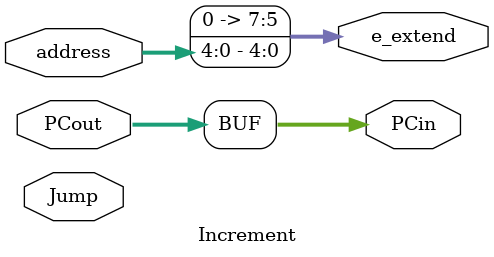
<source format=v>
`timescale 1ns / 1ps
module Increment(PCout, PCin, address, e_extend, Jump);

	input [7:0] PCout;	
	output reg [7:0] PCin;
	
	input Jump;
	output reg [7:0] e_extend;
	input  [4:0] address;
	
	always @(address) begin
		e_extend[7:0] = address[4:0];
	end
	
	always @(*) begin
	   PCin = PCout;
	end
endmodule


</source>
